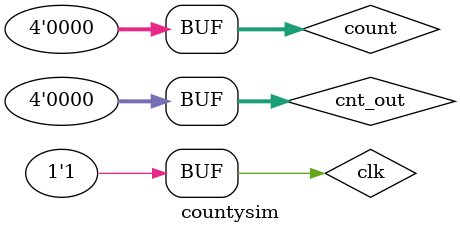
<source format=sv>
`timescale 1ns / 1ps


module countysim(

    );
    
    logic clk = 0;
    logic [3:0] count;
    logic [3:0] cnt_out;
    
    cntr_up_clr_nb #(.n(4)) county (
        .clk(clk),
        .clr(0),
        .up(1),
        .ld(),
        .D(),
        .count(cnt_out),
        .rco()
    );
    
    mux_2t1_nb  #(.n(4)) my_2t1_mux  (
       .SEL   (cnt_out[0]), 
       .D0    (cnt_out), 
       .D1    (4'b0000), 
       .D_OUT (count) );  
    
    always
    begin
        clk = 0;
        #10
        clk = 1;
        #10;
    end
    
    initial
    begin
        clk = 0; count = 4'b0000; cnt_out = 4'b0000;
    end
    
endmodule

</source>
